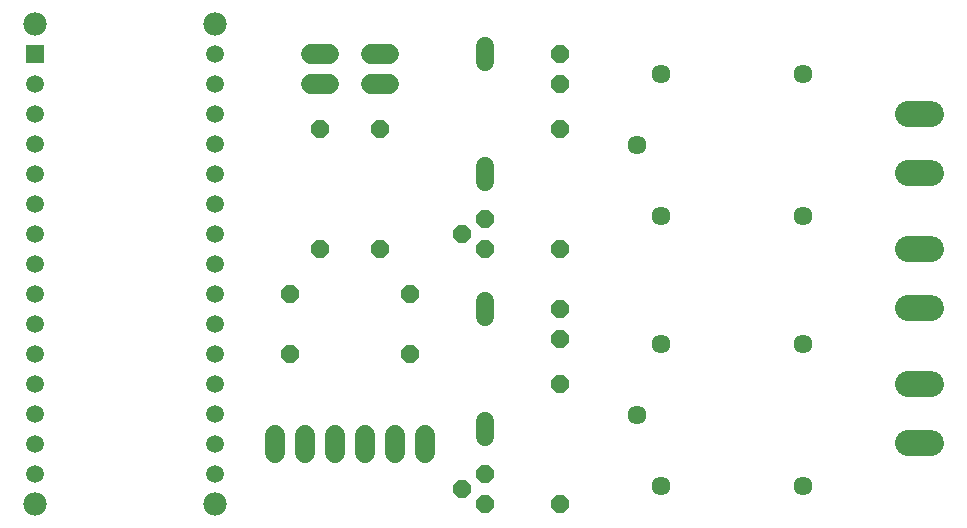
<source format=gbr>
G04 EAGLE Gerber RS-274X export*
G75*
%MOMM*%
%FSLAX34Y34*%
%LPD*%
%INSoldermask Bottom*%
%IPPOS*%
%AMOC8*
5,1,8,0,0,1.08239X$1,22.5*%
G01*
%ADD10C,1.981200*%
%ADD11R,1.511200X1.511200*%
%ADD12C,1.511200*%
%ADD13C,1.524000*%
%ADD14P,1.649562X8X292.500000*%
%ADD15P,1.649562X8X112.500000*%
%ADD16P,1.649562X8X202.500000*%
%ADD17C,1.611200*%
%ADD18C,1.727200*%
%ADD19C,2.184400*%


D10*
X127000Y584200D03*
D11*
X127000Y558800D03*
D12*
X127000Y533400D03*
X127000Y508000D03*
X127000Y482600D03*
X127000Y457200D03*
X127000Y431800D03*
X127000Y406400D03*
X127000Y381000D03*
X127000Y355600D03*
X127000Y330200D03*
X127000Y304800D03*
X127000Y279400D03*
X127000Y254000D03*
X127000Y228600D03*
X127000Y203200D03*
X279400Y203200D03*
X279400Y228600D03*
X279400Y254000D03*
X279400Y279400D03*
X279400Y304800D03*
X279400Y330200D03*
X279400Y355600D03*
X279400Y381000D03*
X279400Y406400D03*
X279400Y431800D03*
X279400Y457200D03*
X279400Y482600D03*
X279400Y508000D03*
X279400Y533400D03*
X279400Y558800D03*
D10*
X279400Y584200D03*
X279400Y177800D03*
X127000Y177800D03*
D13*
X508000Y552196D02*
X508000Y565404D01*
X508000Y463804D02*
X508000Y450596D01*
X508000Y349504D02*
X508000Y336296D01*
X508000Y247904D02*
X508000Y234696D01*
D14*
X571500Y558800D03*
X571500Y533400D03*
X571500Y342900D03*
X571500Y317500D03*
D15*
X508000Y419100D03*
X488950Y406400D03*
X508000Y393700D03*
X508000Y203200D03*
X488950Y190500D03*
X508000Y177800D03*
X571500Y177800D03*
X571500Y279400D03*
X571500Y393700D03*
X571500Y495300D03*
D16*
X444500Y355600D03*
X342900Y355600D03*
X444500Y304800D03*
X342900Y304800D03*
D15*
X368300Y393700D03*
X368300Y495300D03*
X419100Y393700D03*
X419100Y495300D03*
D17*
X777300Y421400D03*
X657300Y541400D03*
X637300Y481400D03*
X777300Y541400D03*
X657300Y421400D03*
X777300Y192800D03*
X657300Y312800D03*
X637300Y252800D03*
X777300Y312800D03*
X657300Y192800D03*
D18*
X330200Y220980D02*
X330200Y236220D01*
X355600Y236220D02*
X355600Y220980D01*
X381000Y220980D02*
X381000Y236220D01*
X406400Y236220D02*
X406400Y220980D01*
X431800Y220980D02*
X431800Y236220D01*
X457200Y236220D02*
X457200Y220980D01*
X426720Y558800D02*
X411480Y558800D01*
X411480Y533400D02*
X426720Y533400D01*
X375920Y533400D02*
X360680Y533400D01*
X360680Y558800D02*
X375920Y558800D01*
D19*
X866394Y507746D02*
X886206Y507746D01*
X886206Y457454D02*
X866394Y457454D01*
X866394Y279146D02*
X886206Y279146D01*
X886206Y228854D02*
X866394Y228854D01*
X866394Y343154D02*
X886206Y343154D01*
X886206Y393446D02*
X866394Y393446D01*
M02*

</source>
